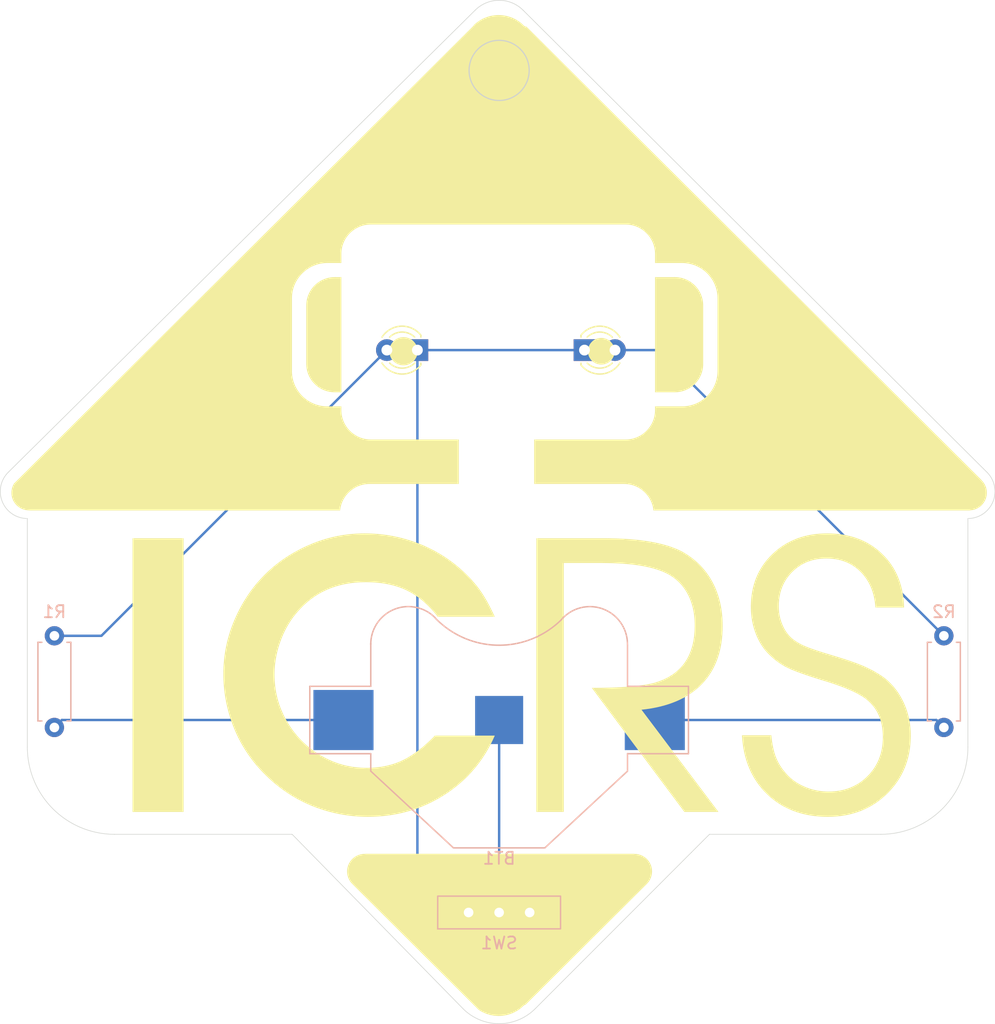
<source format=kicad_pcb>
(kicad_pcb (version 20241229) (generator "pcbnew") (generator_version "9.0")
  (layers (0 "F.Cu" signal) (2 "B.Cu" signal) (13 "F.Paste" user) (15 "B.Paste" user) (5 "F.SilkS" user "F.Silkscreen") (7 "B.SilkS" user "B.Silkscreen") (1 "F.Mask" user) (3 "B.Mask" user) (25 "Edge.Cuts" user))
  (net 0 "")
  (net 1 "/GND")
  (net 2 "/+3.3")
  (net 3 "Net-(D1-K)")
  (net 4 "Net-(D1-A)")
  (net 5 "Net-(D2-A)")
  (footprint "LED_THT:LED_D3.0mm" (layer "F.Cu") (at -6.8 -13.75 180)
    (property "Reference" "D1" (hide yes))
    (property "Value" "LED" (hide yes))
  )
  (footprint "LED_THT:LED_D3.0mm" (layer "F.Cu") (at 7.1 -13.75)
    (property "Reference" "D2" (hide yes))
    (property "Value" "LED" (hide yes))
  )
  (footprint "Button_Switch_THT:SW_Slide-03_Wuerth-WS-SLTV_10x2.5x6.4_P2.54mm" (layer "B.Cu") (at 0 33)
    (property "Reference" "SW1")
    (property "Value" "SW_SPDT")
  )
  (footprint "Battery:BatteryHolder_Multicomp_BC-2001_1x2032" (layer "B.Cu") (at 0 17 180)
    (property "Reference" "BT1")
    (property "Value" "Battery_Cell")
  )
  (footprint "Resistor_THT:R_Axial_DIN0207_L6.3mm_D2.5mm_P7.62mm_Horizontal" (layer "B.Cu") (at 37 10 -90)
    (property "Reference" "R2")
    (property "Value" "R")
  )
  (footprint "Resistor_THT:R_Axial_DIN0207_L6.3mm_D2.5mm_P7.62mm_Horizontal" (layer "B.Cu") (at -37 10 -90)
    (property "Reference" "R1")
    (property "Value" "R")
  )
  (gr_poly (pts (xy -13.123604 -10.2438) (xy -13.677245 -10.2438) (xy -13.799104 -10.246867) (xy -13.919362 -10.255969) (xy -14.037871 -10.270959) (xy -14.154482 -10.291687) (xy -14.269046 -10.318007) (xy -14.381415 -10.34977) (xy -14.491439 -10.386827) (xy -14.598971 -10.429031) (xy -14.703861 -10.476234) (xy -14.80596 -10.528288) (xy -14.90512 -10.585044) (xy -15.001192 -10.646355) (xy -15.094028 -10.712072) (xy -15.183478 -10.782048) (xy -15.269394 -10.856134) (xy -15.351627 -10.934182) (xy -15.430029 -11.016044) (xy -15.504451 -11.101572) (xy -15.574743 -11.190618) (xy -15.640758 -11.283034) (xy -15.702346 -11.378672) (xy -15.759359 -11.477383) (xy -15.811648 -11.57902) (xy -15.859065 -11.683435) (xy -15.90146 -11.790479) (xy -15.938685 -11.900005) (xy -15.970591 -12.011864) (xy -15.997029 -12.125908) (xy -16.017851 -12.241989) (xy -16.032909 -12.35996) (xy -16.042052 -12.479671) (xy -16.045133 -12.600975) (xy -16.045133 -17.462824) (xy -16.042052 -17.584104) (xy -16.03291 -17.703793) (xy -16.017855 -17.821742) (xy -15.997035 -17.937804) (xy -15.970599 -18.051829) (xy -15.938696 -18.163671) (xy -15.901475 -18.273181) (xy -15.859083 -18.38021) (xy -15.811671 -18.484612) (xy -15.759386 -18.586236) (xy -15.702377 -18.684937) (xy -15.640792 -18.780564) (xy -15.574782 -18.872971) (xy -15.504493 -18.962008) (xy -15.430075 -19.047529) (xy -15.351677 -19.129384) (xy -15.269446 -19.207426) (xy -15.183532 -19.281507) (xy -15.094084 -19.351478) (xy -15.00125 -19.417191) (xy -14.905178 -19.478499) (xy -14.806018 -19.535252) (xy -14.703918 -19.587304) (xy -14.599026 -19.634505) (xy -14.491492 -19.676708) (xy -14.381464 -19.713764) (xy -14.26909 -19.745526) (xy -14.15452 -19.771845) (xy -14.037902 -19.792573) (xy -13.919384 -19.807563) (xy -13.799116 -19.816665) (xy -13.677245 -19.819732) (xy -13.123604 -19.819732)) (fill yes) (layer "F.SilkS"))
  (gr_poly (pts (xy 27.63191 1.491418) (xy 27.970923 1.511334) (xy 28.301789 1.544525) (xy 28.624509 1.590994) (xy 28.939084 1.650739) (xy 29.245514 1.723761) (xy 29.5438 1.81006) (xy 29.833944 1.909635) (xy 30.115945 2.022487) (xy 30.389805 2.148616) (xy 30.655525 2.288021) (xy 30.913104 2.440703) (xy 31.162544 2.606662) (xy 31.403846 2.785898) (xy 31.637011 2.97841) (xy 31.862038 3.184199) (xy 32.076327 3.400794) (xy 32.277271 3.625723) (xy 32.464872 3.858988) (xy 32.639131 4.100589) (xy 32.800049 4.350527) (xy 32.947628 4.608802) (xy 33.081866 4.875415) (xy 33.202767 5.150367) (xy 33.310331 5.433657) (xy 33.404559 5.725288) (xy 33.485451 6.025258) (xy 33.553009 6.33357) (xy 33.607234 6.650223) (xy 33.648126 6.975218) (xy 33.675687 7.308556) (xy 33.689917 7.650237) (xy 31.303109 7.650237) (xy 31.28409 7.421912) (xy 31.257344 7.199347) (xy 31.222872 6.982541) (xy 31.180676 6.771493) (xy 31.130754 6.566202) (xy 31.073107 6.366667) (xy 31.007737 6.172888) (xy 30.934642 5.984862) (xy 30.853824 5.80259) (xy 30.765283 5.62607) (xy 30.669019 5.455301) (xy 30.565033 5.290283) (xy 30.453325 5.131013) (xy 30.333895 4.977492) (xy 30.206744 4.829718) (xy 30.071873 4.68769) (xy 29.930612 4.552978) (xy 29.784449 4.426952) (xy 29.633383 4.309611) (xy 29.477418 4.200958) (xy 29.316553 4.100993) (xy 29.150791 4.009716) (xy 28.980134 3.927129) (xy 28.804582 3.853231) (xy 28.624137 3.788025) (xy 28.438802 3.73151) (xy 28.248577 3.683688) (xy 28.053464 3.644559) (xy 27.853465 3.614124) (xy 27.64858 3.592384) (xy 27.438812 3.579339) (xy 27.224163 3.574991) (xy 27.01122 3.57937) (xy 26.803003 3.592508) (xy 26.59951 3.614402) (xy 26.400741 3.645052) (xy 26.206696 3.684457) (xy 26.017375 3.732614) (xy 25.832776 3.789524) (xy 25.6529 3.855185) (xy 25.477747 3.929596) (xy 25.307315 4.012755) (xy 25.141605 4.104662) (xy 24.980615 4.205315) (xy 24.824346 4.314714) (xy 24.672797 4.432856) (xy 24.525968 4.559741) (xy 24.383858 4.695368) (xy 24.248501 4.837793) (xy 24.121878 4.984974) (xy 24.003988 5.136911) (xy 23.894833 5.293602) (xy 23.79441 5.455049) (xy 23.702721 5.62125) (xy 23.619765 5.792205) (xy 23.545542 5.967913) (xy 23.480052 6.148375) (xy 23.423295 6.333589) (xy 23.375269 6.523556) (xy 23.335976 6.718274) (xy 23.305416 6.917744) (xy 23.283587 7.121966) (xy 23.270489 7.330938) (xy 23.266124 7.54466) (xy 23.26724 7.642166) (xy 23.270591 7.739071) (xy 23.276177 7.835378) (xy 23.284 7.931088) (xy 23.294062 8.026202) (xy 23.306364 8.120723) (xy 23.320908 8.214651) (xy 23.337695 8.307988) (xy 23.356727 8.400737) (xy 23.378005 8.492897) (xy 23.401532 8.584472) (xy 23.427308 8.675462) (xy 23.455334 8.765869) (xy 23.485614 8.855695) (xy 23.518147 8.944941) (xy 23.552936 9.033608) (xy 23.589608 9.120961) (xy 23.627938 9.206311) (xy 23.667926 9.28966) (xy 23.709572 9.371008) (xy 23.752876 9.450357) (xy 23.797836 9.527706) (xy 23.844452 9.603057) (xy 23.892725 9.676411) (xy 23.942654 9.747768) (xy 23.994238 9.817129) (xy 24.047477 9.884495) (xy 24.10237 9.949867) (xy 24.158918 10.013245) (xy 24.217119 10.07463) (xy 24.276975 10.134024) (xy 24.338483 10.191426) (xy 24.458749 10.287517) (xy 24.585391 10.380326) (xy 24.718411 10.469846) (xy 24.857811 10.556069) (xy 25.003591 10.638986) (xy 25.155754 10.718591) (xy 25.314302 10.794874) (xy 25.479235 10.867829) (xy 25.661264 10.942088) (xy 25.871398 11.021989) (xy 26.109634 11.107529) (xy 26.375975 11.198708) (xy 26.992967 11.397975) (xy 27.722372 11.619777) (xy 28.140027 11.745774) (xy 28.531968 11.867982) (xy 28.898194 11.986407) (xy 29.238699 12.101056) (xy 29.553482 12.211934) (xy 29.842539 12.319047) (xy 30.105868 12.422403) (xy 30.343465 12.522006) (xy 30.565586 12.621965) (xy 30.782782 12.726094) (xy 30.995055 12.83441) (xy 31.202403 12.946926) (xy 31.404828 13.06366) (xy 31.60233 13.184625) (xy 31.794908 13.309839) (xy 31.982564 13.439317) (xy 32.114729 13.54266) (xy 32.243186 13.649642) (xy 32.367936 13.760263) (xy 32.488979 13.874524) (xy 32.606315 13.992426) (xy 32.719944 14.11397) (xy 32.829868 14.239156) (xy 32.936086 14.367987) (xy 33.038599 14.500462) (xy 33.137407 14.636583) (xy 33.232511 14.77635) (xy 33.32391 14.919766) (xy 33.411606 15.06683) (xy 33.495599 15.217543) (xy 33.575889 15.371908) (xy 33.652476 15.529923) (xy 33.724756 15.690537) (xy 33.792369 15.852793) (xy 33.855317 16.016692) (xy 33.9136 16.182234) (xy 33.967217 16.349419) (xy 34.016171 16.518246) (xy 34.06046 16.688715) (xy 34.100085 16.860826) (xy 34.135047 17.034578) (xy 34.165346 17.209973) (xy 34.190983 17.387008) (xy 34.211957 17.565685) (xy 34.22827 17.746003) (xy 34.239922 17.927961) (xy 34.246912 18.11156) (xy 34.249243 18.296799) (xy 34.241567 18.655818) (xy 34.218543 19.007189) (xy 34.180169 19.350913) (xy 34.126449 19.686993) (xy 34.057384 20.015429) (xy 33.972974 20.336222) (xy 33.873221 20.649374) (xy 33.758127 20.954887) (xy 33.627693 21.252761) (xy 33.48192 21.542999) (xy 33.320809 21.825601) (xy 33.144362 22.100568) (xy 32.952581 22.367903) (xy 32.745466 22.627606) (xy 32.523019 22.879679) (xy 32.285241 23.124122) (xy 32.035797 23.35723) (xy 31.77845 23.575295) (xy 31.513198 23.778317) (xy 31.24004 23.966297) (xy 30.958977 24.139234) (xy 30.670008 24.297131) (xy 30.373132 24.439988) (xy 30.068348 24.567804) (xy 29.755656 24.680581) (xy 29.435056 24.778319) (xy 29.106546 24.861019) (xy 28.770126 24.928682) (xy 28.425796 24.981307) (xy 28.073555 25.018896) (xy 27.713402 25.041449) (xy 27.345337 25.048966) (xy 26.964567 25.041711) (xy 26.592641 25.019945) (xy 26.22956 24.983668) (xy 25.875325 24.932881) (xy 25.529936 24.867583) (xy 25.193395 24.787774) (xy 24.865702 24.693455) (xy 24.546859 24.584625) (xy 24.236867 24.461284) (xy 23.935726 24.323432) (xy 23.643437 24.171069) (xy 23.360002 24.004196) (xy 23.085421 23.822812) (xy 22.819696 23.626917) (xy 22.562826 23.416511) (xy 22.314814 23.191595) (xy 22.078195 22.954764) (xy 21.855501 22.708468) (xy 21.646732 22.452707) (xy 21.451887 22.187481) (xy 21.270967 21.912792) (xy 21.103971 21.62864) (xy 20.9509 21.335025) (xy 20.811754 21.031948) (xy 20.686532 20.719409) (xy 20.575235 20.39741) (xy 20.477863 20.06595) (xy 20.394415 19.725031) (xy 20.324892 19.374652) (xy 20.269293 19.014815) (xy 20.227619 18.645521) (xy 20.19987 18.266768) (xy 22.647265 18.266768) (xy 22.676112 18.531485) (xy 22.709958 18.784203) (xy 22.748793 19.024928) (xy 22.792606 19.253666) (xy 22.841387 19.470424) (xy 22.895123 19.675207) (xy 22.953804 19.868022) (xy 22.984996 19.959944) (xy 23.01742 20.048876) (xy 23.051389 20.135861) (xy 23.087316 20.222092) (xy 23.125202 20.307567) (xy 23.165043 20.392286) (xy 23.206839 20.476248) (xy 23.25059 20.559452) (xy 23.296293 20.641896) (xy 23.343947 20.72358) (xy 23.393552 20.804503) (xy 23.445106 20.884663) (xy 23.498607 20.964061) (xy 23.554056 21.042694) (xy 23.61145 21.120563) (xy 23.670788 21.197665) (xy 23.73207 21.274001) (xy 23.795294 21.349568) (xy 23.874038 21.442307) (xy 23.955439 21.532458) (xy 24.039498 21.620019) (xy 24.126214 21.70499) (xy 24.215587 21.787372) (xy 24.307617 21.867164) (xy 24.402304 21.944366) (xy 24.499648 22.018977) (xy 24.59965 22.090998) (xy 24.702308 22.160429) (xy 24.807624 22.227268) (xy 24.915597 22.291517) (xy 25.026226 22.353174) (xy 25.139513 22.41224) (xy 25.255457 22.468715) (xy 25.374058 22.522597) (xy 25.49436 22.573588) (xy 25.615552 22.621289) (xy 25.737634 22.6657) (xy 25.860607 22.706821) (xy 25.984472 22.744653) (xy 26.109229 22.779194) (xy 26.234878 22.810446) (xy 26.361419 22.838409) (xy 26.488853 22.863081) (xy 26.617181 22.884464) (xy 26.746403 22.902557) (xy 26.876518 22.917361) (xy 27.007528 22.928874) (xy 27.139433 22.937098) (xy 27.272233 22.942033) (xy 27.405928 22.943678) (xy 27.648689 22.938686) (xy 27.886085 22.923709) (xy 28.118117 22.898748) (xy 28.344783 22.863801) (xy 28.566084 22.818867) (xy 28.782019 22.763947) (xy 28.992587 22.69904) (xy 29.197789 22.624144) (xy 29.397623 22.53926) (xy 29.59209 22.444387) (xy 29.781189 22.339524) (xy 29.96492 22.224671) (xy 30.143282 22.099827) (xy 30.316275 21.964992) (xy 30.483898 21.820164) (xy 30.646151 21.665344) (xy 30.800689 21.5029) (xy 30.945264 21.335051) (xy 31.079874 21.161796) (xy 31.204519 20.983134) (xy 31.319198 20.799064) (xy 31.42391 20.609587) (xy 31.518654 20.4147) (xy 31.603429 20.214404) (xy 31.678234 20.008697) (xy 31.743068 19.797578) (xy 31.79793 19.581048) (xy 31.84282 19.359104) (xy 31.877735 19.131747) (xy 31.902676 18.898976) (xy 31.917642 18.660789) (xy 31.92263 18.417187) (xy 31.916612 18.15069) (xy 31.898557 17.892537) (xy 31.868465 17.642726) (xy 31.826337 17.401256) (xy 31.772171 17.168128) (xy 31.705967 16.943341) (xy 31.627726 16.726894) (xy 31.537447 16.518786) (xy 31.43513 16.319017) (xy 31.379457 16.222259) (xy 31.320775 16.127587) (xy 31.259082 16.034998) (xy 31.194381 15.944494) (xy 31.126669 15.856074) (xy 31.055948 15.769739) (xy 30.905476 15.603321) (xy 30.742966 15.445238) (xy 30.568416 15.295492) (xy 30.381826 15.15408) (xy 30.23863 15.060234) (xy 30.084817 14.966615) (xy 29.74534 14.780062) (xy 29.363393 14.59443) (xy 28.938975 14.409725) (xy 28.472086 14.225957) (xy 27.962722 14.043133) (xy 27.410883 13.861261) (xy 26.816567 13.680348) (xy 26.33684 13.529848) (xy 25.894614 13.386625) (xy 25.489895 13.250688) (xy 25.122691 13.122047) (xy 24.793011 13.000711) (xy 24.500862 12.886689) (xy 24.246251 12.779991) (xy 24.029187 12.680626) (xy 23.930509 12.631652) (xy 23.832714 12.580625) (xy 23.735803 12.527544) (xy 23.639775 12.472409) (xy 23.544629 12.415218) (xy 23.450367 12.355972) (xy 23.356987 12.29467) (xy 23.26449 12.231312) (xy 23.172875 12.165896) (xy 23.082141 12.098422) (xy 22.99229 12.028889) (xy 22.90332 11.957298) (xy 22.815231 11.883648) (xy 22.728024 11.807937) (xy 22.641697 11.730166) (xy 22.556251 11.650333) (xy 22.461316 11.560563) (xy 22.369094 11.467909) (xy 22.279585 11.372374) (xy 22.192791 11.273957) (xy 22.108712 11.17266) (xy 22.027347 11.068483) (xy 21.948698 10.961427) (xy 21.872764 10.851493) (xy 21.799547 10.738681) (xy 21.729046 10.622993) (xy 21.661262 10.504429) (xy 21.596196 10.382991) (xy 21.533847 10.258678) (xy 21.474216 10.131492) (xy 21.417303 10.001433) (xy 21.363109 9.868502) (xy 21.311859 9.733691) (xy 21.263922 9.597993) (xy 21.219298 9.461409) (xy 21.177985 9.323939) (xy 21.139982 9.185583) (xy 21.10529 9.046342) (xy 21.073906 8.906214) (xy 21.045829 8.765202) (xy 21.021059 8.623304) (xy 20.999595 8.480522) (xy 20.981436 8.336855) (xy 20.966581 8.192303) (xy 20.955029 8.046868) (xy 20.946778 7.900548) (xy 20.941828 7.753344) (xy 20.940179 7.605257) (xy 20.947172 7.274396) (xy 20.968151 6.950996) (xy 21.003116 6.635056) (xy 21.052066 6.326577) (xy 21.115 6.025558) (xy 21.191918 5.732) (xy 21.28282 5.445904) (xy 21.387703 5.167268) (xy 21.506569 4.896095) (xy 21.639417 4.632383) (xy 21.786245 4.376133) (xy 21.947053 4.127345) (xy 22.121841 3.88602) (xy 22.310608 3.652157) (xy 22.513354 3.425757) (xy 22.730078 3.20682) (xy 22.957648 2.998314) (xy 23.19283 2.803255) (xy 23.435624 2.621645) (xy 23.686031 2.453483) (xy 23.94405 2.298772) (xy 24.209682 2.15751) (xy 24.482927 2.029699) (xy 24.763785 1.91534) (xy 25.052257 1.814432) (xy 25.348342 1.726977) (xy 25.652041 1.652975) (xy 25.963354 1.592426) (xy 26.282281 1.545332) (xy 26.608823 1.511692) (xy 26.942979 1.491508) (xy 27.28475 1.48478)) (fill yes) (layer "F.SilkS"))
  (gr_circle (center -0.029691 -35.7) (end 3.2 -38) (stroke (width 0.1)) (fill no) (layer "F.SilkS"))
  (gr_poly (pts (xy 8.555679 -14.762501) (xy 8.612196 -14.758224) (xy 8.667892 -14.751181) (xy 8.722697 -14.741441) (xy 8.776541 -14.729074) (xy 8.829353 -14.714149) (xy 8.881065 -14.696736) (xy 8.931606 -14.676904) (xy 8.980905 -14.654723) (xy 9.028894 -14.630262) (xy 9.075501 -14.603591) (xy 9.120658 -14.574779) (xy 9.164294 -14.543896) (xy 9.206339 -14.511011) (xy 9.246724 -14.476193) (xy 9.285377 -14.439513) (xy 9.32223 -14.40104) (xy 9.357213 -14.360842) (xy 9.390255 -14.318991) (xy 9.421286 -14.275554) (xy 9.450237 -14.230602) (xy 9.477037 -14.184205) (xy 9.501617 -14.136431) (xy 9.523907 -14.08735) (xy 9.543836 -14.037032) (xy 9.561335 -13.985547) (xy 9.576334 -13.932962) (xy 9.588763 -13.879349) (xy 9.598552 -13.824777) (xy 9.60563 -13.769315) (xy 9.609928 -13.713032) (xy 9.611377 -13.655999) (xy 9.609928 -13.599001) (xy 9.60563 -13.542749) (xy 9.598552 -13.487313) (xy 9.588763 -13.432763) (xy 9.576334 -13.379168) (xy 9.561335 -13.326599) (xy 9.543836 -13.275125) (xy 9.523907 -13.224815) (xy 9.501617 -13.17574) (xy 9.477037 -13.127969) (xy 9.450237 -13.081572) (xy 9.421286 -13.036619) (xy 9.390255 -12.993178) (xy 9.357213 -12.951321) (xy 9.32223 -12.911116) (xy 9.285377 -12.872634) (xy 9.246724 -12.835944) (xy 9.206339 -12.801116) (xy 9.164294 -12.768219) (xy 9.120658 -12.737324) (xy 9.075501 -12.708499) (xy 9.028894 -12.681816) (xy 8.980905 -12.657343) (xy 8.931606 -12.635149) (xy 8.881065 -12.615306) (xy 8.829353 -12.597883) (xy 8.776541 -12.582948) (xy 8.722697 -12.570573) (xy 8.667892 -12.560826) (xy 8.612196 -12.553778) (xy 8.555679 -12.549498) (xy 8.49841 -12.548056) (xy 8.441117 -12.549498) (xy 8.384576 -12.553777) (xy 8.328858 -12.560823) (xy 8.274033 -12.570567) (xy 8.220171 -12.58294) (xy 8.167341 -12.597871) (xy 8.115613 -12.615291) (xy 8.065058 -12.635131) (xy 8.015745 -12.65732) (xy 7.967744 -12.681789) (xy 7.921125 -12.708468) (xy 7.875958 -12.737289) (xy 7.832313 -12.76818) (xy 7.790259 -12.801073) (xy 7.749868 -12.835897) (xy 7.711207 -12.872584) (xy 7.674349 -12.911063) (xy 7.639361 -12.951266) (xy 7.606315 -12.993121) (xy 7.57528 -13.03656) (xy 7.546326 -13.081513) (xy 7.519523 -13.12791) (xy 7.494941 -13.175682) (xy 7.47265 -13.224759) (xy 7.452719 -13.275071) (xy 7.435219 -13.32655) (xy 7.420219 -13.379124) (xy 7.40779 -13.432724) (xy 7.398002 -13.487282) (xy 7.390923 -13.542727) (xy 7.386625 -13.598989) (xy 7.385176 -13.655999) (xy 7.386625 -13.713032) (xy 7.390923 -13.769315) (xy 7.398002 -13.824777) (xy 7.40779 -13.879349) (xy 7.420219 -13.932962) (xy 7.435219 -13.985547) (xy 7.452719 -14.037032) (xy 7.47265 -14.08735) (xy 7.494941 -14.136431) (xy 7.519523 -14.184205) (xy 7.546326 -14.230602) (xy 7.57528 -14.275554) (xy 7.606315 -14.318991) (xy 7.639361 -14.360842) (xy 7.674349 -14.40104) (xy 7.711207 -14.439513) (xy 7.749868 -14.476193) (xy 7.790259 -14.511011) (xy 7.832313 -14.543896) (xy 7.875958 -14.574779) (xy 7.921125 -14.603591) (xy 7.967744 -14.630262) (xy 8.015745 -14.654723) (xy 8.065058 -14.676904) (xy 8.115613 -14.696736) (xy 8.167341 -14.714149) (xy 8.220171 -14.729074) (xy 8.274033 -14.741441) (xy 8.328858 -14.751181) (xy 8.384576 -14.758224) (xy 8.441117 -14.762501) (xy 8.49841 -14.763942)) (fill yes) (layer "F.SilkS"))
  (gr_poly (pts (xy 14.731882 -19.816932) (xy 14.852142 -19.80783) (xy 14.970654 -19.79284) (xy 15.087269 -19.772112) (xy 15.201839 -19.745792) (xy 15.314215 -19.714029) (xy 15.424247 -19.676972) (xy 15.531787 -19.634767) (xy 15.636686 -19.587564) (xy 15.738796 -19.535511) (xy 15.837967 -19.478754) (xy 15.93405 -19.417444) (xy 16.026897 -19.351727) (xy 16.11636 -19.281751) (xy 16.202288 -19.207665) (xy 16.284534 -19.129617) (xy 16.362948 -19.047755) (xy 16.437382 -18.962227) (xy 16.507686 -18.873181) (xy 16.573713 -18.780765) (xy 16.635313 -18.685127) (xy 16.692337 -18.586416) (xy 16.744636 -18.484779) (xy 16.792062 -18.380364) (xy 16.834466 -18.27332) (xy 16.871699 -18.163794) (xy 16.903613 -18.051935) (xy 16.930057 -17.937891) (xy 16.950884 -17.82181) (xy 16.965945 -17.703839) (xy 16.975091 -17.584128) (xy 16.978172 -17.462824) (xy 16.978172 -12.600975) (xy 16.975091 -12.479671) (xy 16.965945 -12.35996) (xy 16.950884 -12.241989) (xy 16.930057 -12.125908) (xy 16.903613 -12.011865) (xy 16.871699 -11.900007) (xy 16.834466 -11.790482) (xy 16.792062 -11.683439) (xy 16.744636 -11.579026) (xy 16.692337 -11.477391) (xy 16.635313 -11.378683) (xy 16.573713 -11.283048) (xy 16.507686 -11.190636) (xy 16.437382 -11.101594) (xy 16.362948 -11.016071) (xy 16.284534 -10.934215) (xy 16.202288 -10.856173) (xy 16.11636 -10.782095) (xy 16.026897 -10.712128) (xy 15.93405 -10.64642) (xy 15.837967 -10.585119) (xy 15.738796 -10.528374) (xy 15.636686 -10.476333) (xy 15.531787 -10.429143) (xy 15.424247 -10.386953) (xy 15.314215 -10.349911) (xy 15.201839 -10.318166) (xy 15.087269 -10.291865) (xy 14.970654 -10.271156) (xy 14.852142 -10.256187) (xy 14.731882 -10.247108) (xy 14.610022 -10.244065) (xy 12.970003 -10.244065) (xy 12.970003 -19.819999) (xy 14.610022 -19.819999)) (fill yes) (layer "F.SilkS"))
  (gr_poly (pts (xy -0.029691 -41.602079) (xy 0.008402 -41.601508) (xy 0.046557 -41.600577) (xy 0.077137 -41.599574) (xy 0.107743 -41.598324) (xy 0.138348 -41.596758) (xy 0.168928 -41.594809) (xy 0.205296 -41.591884) (xy 0.241591 -41.58853) (xy 0.277835 -41.584772) (xy 0.314053 -41.58063) (xy 0.34637 -41.576488) (xy 0.378513 -41.572007) (xy 0.410607 -41.567212) (xy 0.442776 -41.562123) (xy 0.477218 -41.556348) (xy 0.511663 -41.550167) (xy 0.546059 -41.543535) (xy 0.580357 -41.536408) (xy 0.613804 -41.528905) (xy 0.647115 -41.520907) (xy 0.68035 -41.512548) (xy 0.713571 -41.503964) (xy 0.746168 -41.495282) (xy 0.778676 -41.48642) (xy 0.81111 -41.477198) (xy 0.843481 -41.467435) (xy 0.877667 -41.456248) (xy 0.911779 -41.444452) (xy 0.945841 -41.432251) (xy 0.97988 -41.419848) (xy 1.040731 -41.397376) (xy 1.071034 -41.385713) (xy 1.086132 -41.379676) (xy 1.101188 -41.373464) (xy 1.118763 -41.366024) (xy 1.13627 -41.358334) (xy 1.171104 -41.342371) (xy 1.205739 -41.325912) (xy 1.240224 -41.309296) (xy 1.296186 -41.282529) (xy 1.324092 -41.268842) (xy 1.337961 -41.261775) (xy 1.351751 -41.254502) (xy 1.369805 -41.244629) (xy 1.38776 -41.234502) (xy 1.423435 -41.213646) (xy 1.458887 -41.192249) (xy 1.494225 -41.170626) (xy 1.518907 -41.155692) (xy 1.543638 -41.140915) (xy 1.56827 -41.125913) (xy 1.580502 -41.118208) (xy 1.592654 -41.110303) (xy 1.612055 -41.097163) (xy 1.631284 -41.083728) (xy 1.650368 -41.070039) (xy 1.669332 -41.056139) (xy 1.707007 -41.027874) (xy 1.744522 -40.999272) (xy 1.754278 -40.991953) (xy 1.764081 -40.984743) (xy 1.783714 -40.970462) (xy 1.793488 -40.963295) (xy 1.803197 -40.956046) (xy 1.812813 -40.948667) (xy 1.822308 -40.941111) (xy 1.850095 -40.918138) (xy 1.877683 -40.894813) (xy 1.90506 -40.871122) (xy 1.932212 -40.847051) (xy 1.959129 -40.822586) (xy 1.985797 -40.797712) (xy 2.012205 -40.772416) (xy 2.038339 -40.746683) (xy 2.053659 -40.73198) (xy 2.06881 -40.718498) (xy 2.083796 -40.706212) (xy 2.09862 -40.695099) (xy 2.113285 -40.685133) (xy 2.127792 -40.67629) (xy 2.142145 -40.668546) (xy 2.156347 -40.661877) (xy 2.170399 -40.656259) (xy 2.184305 -40.651667) (xy 2.198068 -40.648077) (xy 2.21169 -40.645464) (xy 2.225174 -40.643805) (xy 2.238522 -40.643075) (xy 2.251737 -40.643249) (xy 2.264823 -40.644304) (xy 40.110554 -2.971597) (xy 40.112671 -2.968871) (xy 40.114674 -2.966195) (xy 40.118431 -2.96095) (xy 40.125639 -2.950612) (xy 40.129481 -2.945362) (xy 40.131546 -2.942682) (xy 40.13374 -2.939952) (xy 40.136087 -2.937162) (xy 40.138613 -2.934303) (xy 40.14134 -2.931364) (xy 40.144295 -2.928336) (xy 40.196511 -2.873677) (xy 40.245358 -2.817066) (xy 40.290836 -2.758633) (xy 40.332945 -2.698508) (xy 40.371685 -2.636823) (xy 40.407055 -2.573706) (xy 40.439055 -2.509288) (xy 40.467685 -2.443699) (xy 40.492945 -2.37707) (xy 40.514834 -2.30953) (xy 40.533353 -2.24121) (xy 40.548502 -2.17224) (xy 40.560279 -2.10275) (xy 40.568686 -2.03287) (xy 40.573721 -1.96273) (xy 40.575385 -1.892461) (xy 40.573678 -1.822193) (xy 40.568599 -1.752056) (xy 40.560148 -1.68218) (xy 40.548325 -1.612695) (xy 40.533129 -1.543731) (xy 40.514562 -1.47542) (xy 40.492622 -1.40789) (xy 40.467309 -1.341272) (xy 40.438623 -1.275696) (xy 40.406565 -1.211293) (xy 40.371133 -1.148192) (xy 40.332328 -1.086524) (xy 40.290149 -1.026418) (xy 40.244596 -0.968006) (xy 40.19567 -0.911417) (xy 40.14337 -0.856781) (xy 40.092757 -0.808676) (xy 40.040456 -0.763429) (xy 39.986571 -0.721041) (xy 39.931204 -0.681511) (xy 39.87446 -0.644841) (xy 39.816442 -0.611029) (xy 39.757254 -0.580076) (xy 39.697 -0.551982) (xy 39.635783 -0.526746) (xy 39.573707 -0.504369) (xy 39.510876 -0.484851) (xy 39.447393 -0.468192) (xy 39.383362 -0.454391) (xy 39.318886 -0.443449) (xy 39.254071 -0.435365) (xy 39.189018 -0.430141) (xy 39.185839 -0.42992) (xy 39.182892 -0.42961) (xy 39.180159 -0.429216) (xy 39.177624 -0.428744) (xy 39.175269 -0.428201) (xy 39.173078 -0.427593) (xy 39.171035 -0.426926) (xy 39.169121 -0.426206) (xy 39.16732 -0.42544) (xy 39.165616 -0.424633) (xy 39.163991 -0.423792) (xy 39.162429 -0.422924) (xy 39.159425 -0.421127) (xy 39.156469 -0.419293) (xy 12.837175 -0.419293) (xy 12.82306 -0.534357) (xy 12.803668 -0.647716) (xy 12.779126 -0.759241) (xy 12.749561 -0.868805) (xy 12.7151 -0.97628) (xy 12.67587 -1.081539) (xy 12.631997 -1.184453) (xy 12.583609 -1.284895) (xy 12.530832 -1.382738) (xy 12.473793 -1.477853) (xy 12.412619 -1.570113) (xy 12.347437 -1.659391) (xy 12.278374 -1.745558) (xy 12.205556 -1.828487) (xy 12.129111 -1.908051) (xy 12.049165 -1.984121) (xy 11.965846 -2.05657) (xy 11.879279 -2.12527) (xy 11.789592 -2.190094) (xy 11.696912 -2.250913) (xy 11.601366 -2.307601) (xy 11.50308 -2.360029) (xy 11.402181 -2.40807) (xy 11.298796 -2.451596) (xy 11.193053 -2.49048) (xy 11.085077 -2.524593) (xy 10.974996 -2.553809) (xy 10.862937 -2.577999) (xy 10.749026 -2.597036) (xy 10.63339 -2.610791) (xy 10.516157 -2.619138) (xy 10.397452 -2.621949) (xy 2.914246 -2.621949) (xy 2.914246 -6.319635) (xy 10.514139 -6.319635) (xy 10.640473 -6.322816) (xy 10.765148 -6.332254) (xy 10.888011 -6.347798) (xy 11.008908 -6.369292) (xy 11.127684 -6.396584) (xy 11.244184 -6.429519) (xy 11.358256 -6.467944) (xy 11.469743 -6.511706) (xy 11.578493 -6.56065) (xy 11.68435 -6.614623) (xy 11.78716 -6.673472) (xy 11.88677 -6.737042) (xy 11.983025 -6.80518) (xy 12.07577 -6.877732) (xy 12.164852 -6.954545) (xy 12.250115 -7.035465) (xy 12.331407 -7.120338) (xy 12.408572 -7.20901) (xy 12.481456 -7.301329) (xy 12.549905 -7.397139) (xy 12.613765 -7.496289) (xy 12.672881 -7.598623) (xy 12.727099 -7.703988) (xy 12.776265 -7.812231) (xy 12.820225 -7.923198) (xy 12.858824 -8.036735) (xy 12.891907 -8.152688) (xy 12.919322 -8.270905) (xy 12.940913 -8.39123) (xy 12.956526 -8.513511) (xy 12.966007 -8.637594) (xy 12.969202 -8.763325) (xy 12.969202 -9.075005) (xy 15.221337 -9.075005) (xy 15.372928 -9.078821) (xy 15.52253 -9.090146) (xy 15.669956 -9.108796) (xy 15.815023 -9.134586) (xy 15.957545 -9.167332) (xy 16.097337 -9.206851) (xy 16.234213 -9.252957) (xy 16.367989 -9.305466) (xy 16.49848 -9.364194) (xy 16.6255 -9.428957) (xy 16.748865 -9.49957) (xy 16.868388 -9.575849) (xy 16.983886 -9.65761) (xy 17.095173 -9.744669) (xy 17.202063 -9.836841) (xy 17.304372 -9.933942) (xy 17.401915 -10.035787) (xy 17.494506 -10.142193) (xy 17.581961 -10.252976) (xy 17.664094 -10.367949) (xy 17.74072 -10.486931) (xy 17.811654 -10.609735) (xy 17.876712 -10.736179) (xy 17.935707 -10.866077) (xy 17.988454 -10.999245) (xy 18.034769 -11.1355) (xy 18.074467 -11.274656) (xy 18.107362 -11.41653) (xy 18.133269 -11.560937) (xy 18.152004 -11.707692) (xy 18.16338 -11.856613) (xy 18.167213 -12.007513) (xy 18.167213 -18.056154) (xy 18.16338 -18.207067) (xy 18.152004 -18.355997) (xy 18.133269 -18.502761) (xy 18.107362 -18.647176) (xy 18.074467 -18.789056) (xy 18.034769 -18.928217) (xy 17.988454 -19.064475) (xy 17.935707 -19.197646) (xy 17.876712 -19.327546) (xy 17.811654 -19.453991) (xy 17.74072 -19.576795) (xy 17.664094 -19.695776) (xy 17.581961 -19.810749) (xy 17.494506 -19.921529) (xy 17.401915 -20.027932) (xy 17.304372 -20.129775) (xy 17.202063 -20.226873) (xy 17.095173 -20.319041) (xy 16.983886 -20.406096) (xy 16.868388 -20.487853) (xy 16.748865 -20.564129) (xy 16.6255 -20.634738) (xy 16.49848 -20.699496) (xy 16.367989 -20.758221) (xy 16.234213 -20.810726) (xy 16.097337 -20.856828) (xy 15.957545 -20.896343) (xy 15.815023 -20.929087) (xy 15.669956 -20.954875) (xy 15.52253 -20.973523) (xy 15.372928 -20.984847) (xy 15.221337 -20.988662) (xy 12.969202 -20.988662) (xy 12.969202 -21.746164) (xy 12.966007 -21.87193) (xy 12.956526 -21.996043) (xy 12.940913 -22.11835) (xy 12.919322 -22.238698) (xy 12.891907 -22.356933) (xy 12.858824 -22.472902) (xy 12.820225 -22.58645) (xy 12.776265 -22.697426) (xy 12.727099 -22.805674) (xy 12.672881 -22.911042) (xy 12.613765 -23.013377) (xy 12.549905 -23.112524) (xy 12.481456 -23.208331) (xy 12.408572 -23.300644) (xy 12.331407 -23.38931) (xy 12.250115 -23.474174) (xy 12.164852 -23.555084) (xy 12.07577 -23.631886) (xy 11.983025 -23.704427) (xy 11.88677 -23.772553) (xy 11.78716 -23.836111) (xy 11.68435 -23.894947) (xy 11.578493 -23.948908) (xy 11.469743 -23.99784) (xy 11.358256 -24.04159) (xy 11.244184 -24.080005) (xy 11.127684 -24.112931) (xy 11.008908 -24.140214) (xy 10.888011 -24.161702) (xy 10.765148 -24.17724) (xy 10.640473 -24.186676) (xy 10.514139 -24.189855) (xy -10.669595 -24.189855) (xy -10.795917 -24.186676) (xy -10.920582 -24.17724) (xy -11.043435 -24.161702) (xy -11.164322 -24.140214) (xy -11.283089 -24.112931) (xy -11.399582 -24.080005) (xy -11.513645 -24.04159) (xy -11.625126 -23.99784) (xy -11.733869 -23.948908) (xy -11.83972 -23.894947) (xy -11.942525 -23.836111) (xy -12.04213 -23.772553) (xy -12.13838 -23.704427) (xy -12.231121 -23.631886) (xy -12.320199 -23.555084) (xy -12.40546 -23.474174) (xy -12.486748 -23.38931) (xy -12.56391 -23.300644) (xy -12.636792 -23.208331) (xy -12.70524 -23.112524) (xy -12.769098 -23.013377) (xy -12.828212 -22.911042) (xy -12.88243 -22.805674) (xy -12.931595 -22.697426) (xy -12.975554 -22.58645) (xy -13.014152 -22.472902) (xy -13.047235 -22.356933) (xy -13.07465 -22.238698) (xy -13.09624 -22.11835) (xy -13.111853 -21.996043) (xy -13.121334 -21.87193) (xy -13.124529 -21.746164) (xy -13.124529 -20.988662) (xy -14.290153 -20.988662) (xy -14.441732 -20.984847) (xy -14.591322 -20.973523) (xy -14.738738 -20.954875) (xy -14.883795 -20.929087) (xy -15.026307 -20.896343) (xy -15.16609 -20.856828) (xy -15.302959 -20.810726) (xy -15.436728 -20.758221) (xy -15.567211 -20.699496) (xy -15.694225 -20.634738) (xy -15.817584 -20.564129) (xy -15.937102 -20.487853) (xy -16.052595 -20.406096) (xy -16.163877 -20.319041) (xy -16.270764 -20.226873) (xy -16.37307 -20.129775) (xy -16.47061 -20.027932) (xy -16.563198 -19.921529) (xy -16.650651 -19.810749) (xy -16.732782 -19.695776) (xy -16.809406 -19.576795) (xy -16.880339 -19.453991) (xy -16.945395 -19.327546) (xy -17.004389 -19.197646) (xy -17.057136 -19.064475) (xy -17.10345 -18.928217) (xy -17.143147 -18.789056) (xy -17.176042 -18.647176) (xy -17.201949 -18.502761) (xy -17.220683 -18.355997) (xy -17.23206 -18.207067) (xy -17.235893 -18.056154) (xy -17.235893 -12.007513) (xy -17.23206 -11.856613) (xy -17.220683 -11.707692) (xy -17.201949 -11.560937) (xy -17.176042 -11.41653) (xy -17.143147 -11.274656) (xy -17.10345 -11.1355) (xy -17.057136 -10.999245) (xy -17.004389 -10.866077) (xy -16.945395 -10.736179) (xy -16.880339 -10.609735) (xy -16.809406 -10.486931) (xy -16.732782 -10.367949) (xy -16.650651 -10.252976) (xy -16.563198 -10.142193) (xy -16.47061 -10.035787) (xy -16.37307 -9.933942) (xy -16.270764 -9.836841) (xy -16.163877 -9.744669) (xy -16.052595 -9.65761) (xy -15.937102 -9.575849) (xy -15.817584 -9.49957) (xy -15.694225 -9.428957) (xy -15.567211 -9.364194) (xy -15.436728 -9.305466) (xy -15.302959 -9.252957) (xy -15.16609 -9.206851) (xy -15.026307 -9.167332) (xy -14.883795 -9.134586) (xy -14.738738 -9.108796) (xy -14.591322 -9.090146) (xy -14.441732 -9.078821) (xy -14.290153 -9.075005) (xy -13.124529 -9.075005) (xy -13.124529 -8.763325) (xy -13.121334 -8.637594) (xy -13.111853 -8.513511) (xy -13.09624 -8.39123) (xy -13.07465 -8.270905) (xy -13.047235 -8.152688) (xy -13.014152 -8.036735) (xy -12.975554 -7.923198) (xy -12.931595 -7.812231) (xy -12.88243 -7.703988) (xy -12.828212 -7.598623) (xy -12.769098 -7.496289) (xy -12.70524 -7.397139) (xy -12.636792 -7.301329) (xy -12.56391 -7.20901) (xy -12.486748 -7.120338) (xy -12.40546 -7.035465) (xy -12.320199 -6.954545) (xy -12.231121 -6.877732) (xy -12.13838 -6.80518) (xy -12.04213 -6.737042) (xy -11.942525 -6.673472) (xy -11.83972 -6.614623) (xy -11.733869 -6.56065) (xy -11.625126 -6.511706) (xy -11.513645 -6.467944) (xy -11.399582 -6.429519) (xy -11.283089 -6.396584) (xy -11.164322 -6.369292) (xy -11.043435 -6.347798) (xy -10.920582 -6.332254) (xy -10.795917 -6.322816) (xy -10.669595 -6.319635) (xy -3.354529 -6.319635) (xy -3.354529 -2.621687) (xy -10.788656 -2.621687) (xy -10.90736 -2.618876) (xy -11.024591 -2.61053) (xy -11.140223 -2.596776) (xy -11.254129 -2.577742) (xy -11.366183 -2.553555) (xy -11.476257 -2.524342) (xy -11.584226 -2.490232) (xy -11.689962 -2.451353) (xy -11.793338 -2.40783) (xy -11.894229 -2.359793) (xy -11.992507 -2.307369) (xy -12.088045 -2.250686) (xy -12.180717 -2.18987) (xy -12.270396 -2.12505) (xy -12.356956 -2.056353) (xy -12.440269 -1.983908) (xy -12.520209 -1.907841) (xy -12.596649 -1.82828) (xy -12.669463 -1.745352) (xy -12.738524 -1.659186) (xy -12.803704 -1.569909) (xy -12.864878 -1.477649) (xy -12.921919 -1.382533) (xy -12.9747 -1.284688) (xy -13.023094 -1.184243) (xy -13.066975 -1.081325) (xy -13.106215 -0.976062) (xy -13.140689 -0.868581) (xy -13.170268 -0.759009) (xy -13.194828 -0.647475) (xy -13.214241 -0.534107) (xy -13.228379 -0.41903) (xy -39.067891 -0.41903) (xy -39.069099 -0.420658) (xy -39.069736 -0.421455) (xy -39.070406 -0.422231) (xy -39.071113 -0.422981) (xy -39.071866 -0.423696) (xy -39.07267 -0.424371) (xy -39.073533 -0.424999) (xy -39.074461 -0.425572) (xy -39.075461 -0.426084) (xy -39.076539 -0.426528) (xy -39.07711 -0.426723) (xy -39.077702 -0.426898) (xy -39.078318 -0.427053) (xy -39.078958 -0.427186) (xy -39.079622 -0.427298) (xy -39.080312 -0.427386) (xy -39.081028 -0.427451) (xy -39.081771 -0.427491) (xy -39.082542 -0.427506) (xy -39.083343 -0.427494) (xy -39.155407 -0.428124) (xy -39.227372 -0.432245) (xy -39.2991 -0.439857) (xy -39.370451 -0.450961) (xy -39.441287 -0.465556) (xy -39.51147 -0.483642) (xy -39.58086 -0.505219) (xy -39.64932 -0.530287) (xy -39.71671 -0.558847) (xy -39.782892 -0.590898) (xy -39.847728 -0.62644) (xy -39.911078 -0.665473) (xy -39.972804 -0.707998) (xy -40.032767 -0.754014) (xy -40.090829 -0.803521) (xy -40.146851 -0.856519) (xy -40.191779 -0.903204) (xy -40.234216 -0.951329) (xy -40.274162 -1.000812) (xy -40.311619 -1.051572) (xy -40.346589 -1.103527) (xy -40.379073 -1.156598) (xy -40.409071 -1.210701) (xy -40.436585 -1.265756) (xy -40.484167 -1.378398) (xy -40.521828 -1.493872) (xy -40.549578 -1.611529) (xy -40.567426 -1.730718) (xy -40.575384 -1.850789) (xy -40.57346 -1.971092) (xy -40.561665 -2.090976) (xy -40.540009 -2.209793) (xy -40.508501 -2.326891) (xy -40.467151 -2.44162) (xy -40.415969 -2.55333) (xy -40.354966 -2.661371) (xy -2.094978 -40.746445) (xy -2.123421 -40.746445) (xy -2.06011 -40.807596) (xy -1.995426 -40.866413) (xy -1.929422 -40.922908) (xy -1.862153 -40.97709) (xy -1.793671 -41.02897) (xy -1.724031 -41.078558) (xy -1.653285 -41.125863) (xy -1.581487 -41.170897) (xy -1.508691 -41.21367) (xy -1.43495 -41.254191) (xy -1.360318 -41.292471) (xy -1.284848 -41.32852) (xy -1.208593 -41.362348) (xy -1.131608 -41.393966) (xy -1.053945 -41.423383) (xy -0.975658 -41.450611) (xy -0.96824 -41.453106) (xy -0.960857 -41.455699) (xy -0.946141 -41.461035) (xy -0.9314 -41.466326) (xy -0.923985 -41.468863) (xy -0.916523 -41.471279) (xy -0.894218 -41.477967) (xy -0.871855 -41.484358) (xy -0.826963 -41.496423) (xy -0.781872 -41.507813) (xy -0.736607 -41.518864) (xy -0.693646 -41.529679) (xy -0.672128 -41.534951) (xy -0.661327 -41.537435) (xy -0.650486 -41.539772) (xy -0.629533 -41.544048) (xy -0.608547 -41.548064) (xy -0.566497 -41.555454) (xy -0.524374 -41.562214) (xy -0.482212 -41.568612) (xy -0.430981 -41.576513) (xy -0.405342 -41.580204) (xy -0.379554 -41.583512) (xy -0.359654 -41.585736) (xy -0.339739 -41.587737) (xy -0.299849 -41.591173) (xy -0.25986 -41.594023) (xy -0.219747 -41.59649) (xy -0.162792 -41.599675) (xy -0.134353 -41.600952) (xy -0.10584 -41.601778) (xy -0.06776 -41.602199)) (fill yes) (layer "F.SilkS"))
  (gr_poly (pts (xy 9.298123 1.894781) (xy 9.829278 1.908347) (xy 10.341904 1.930958) (xy 10.836002 1.962613) (xy 11.311572 2.003313) (xy 11.768613 2.053056) (xy 12.207127 2.111845) (xy 12.627113 2.179677) (xy 13.028571 2.256554) (xy 13.411503 2.342476) (xy 13.775907 2.437442) (xy 14.121784 2.541452) (xy 14.449135 2.654507) (xy 14.757959 2.776606) (xy 15.048256 2.90775) (xy 15.320028 3.047938) (xy 15.517156 3.167009) (xy 15.708337 3.291006) (xy 15.893571 3.419931) (xy 16.072855 3.553783) (xy 16.246188 3.692563) (xy 16.413567 3.836271) (xy 16.57499 3.984906) (xy 16.730456 4.138469) (xy 16.879963 4.296961) (xy 17.023509 4.460382) (xy 17.161091 4.628731) (xy 17.292708 4.802009) (xy 17.418359 4.980216) (xy 17.53804 5.163353) (xy 17.651751 5.351419) (xy 17.759489 5.544414) (xy 17.861057 5.741944) (xy 17.956066 5.943461) (xy 18.044516 6.148965) (xy 18.126408 6.358458) (xy 18.201744 6.571938) (xy 18.270523 6.789407) (xy 18.332748 7.010865) (xy 18.388419 7.236311) (xy 18.437536 7.465745) (xy 18.480102 7.699169) (xy 18.516116 7.936582) (xy 18.545581 8.177985) (xy 18.568496 8.423377) (xy 18.584862 8.672759) (xy 18.594682 8.92613) (xy 18.597955 9.183492) (xy 18.591201 9.560117) (xy 18.57094 9.9268) (xy 18.537171 10.283544) (xy 18.489892 10.630352) (xy 18.429102 10.967225) (xy 18.354801 11.294166) (xy 18.266986 11.611177) (xy 18.165656 11.918261) (xy 18.050812 12.21542) (xy 17.92245 12.502656) (xy 17.780572 12.779971) (xy 17.625174 13.047369) (xy 17.456256 13.304851) (xy 17.273817 13.552419) (xy 17.077856 13.790076) (xy 16.868371 14.017825) (xy 16.646018 14.234985) (xy 16.411455 14.44092) (xy 16.164682 14.635632) (xy 15.905698 14.81912) (xy 15.634503 14.991385) (xy 15.351097 15.152426) (xy 15.05548 15.302245) (xy 14.747652 15.44084) (xy 14.427612 15.568214) (xy 14.09536 15.684364) (xy 13.750896 15.789293) (xy 13.394219 15.883) (xy 13.025331 15.965484) (xy 12.644229 16.036748) (xy 12.250915 16.09679) (xy 11.845387 16.145611) (xy 18.250555 24.642043) (xy 15.410384 24.642043) (xy 7.705978 14.326067) (xy 8.594342 14.319263) (xy 9.416637 14.298848) (xy 10.172864 14.264816) (xy 10.863023 14.217159) (xy 11.487114 14.155872) (xy 12.045138 14.080948) (xy 12.299375 14.038371) (xy 12.537094 13.992382) (xy 12.758298 13.94298) (xy 12.962984 13.890166) (xy 13.363627 13.757137) (xy 13.738417 13.602375) (xy 14.087356 13.425879) (xy 14.410444 13.227647) (xy 14.562294 13.120381) (xy 14.707682 13.00768) (xy 14.846607 12.889546) (xy 14.97907 12.765977) (xy 15.10507 12.636973) (xy 15.224608 12.502535) (xy 15.337684 12.362662) (xy 15.444298 12.217355) (xy 15.54445 12.066612) (xy 15.63814 11.910434) (xy 15.725369 11.748822) (xy 15.806135 11.581773) (xy 15.948283 11.231371) (xy 16.064584 10.859226) (xy 16.155039 10.465337) (xy 16.21965 10.049703) (xy 16.258416 9.612324) (xy 16.271337 9.153199) (xy 16.268884 8.959441) (xy 16.261523 8.769087) (xy 16.249258 8.582139) (xy 16.23209 8.398596) (xy 16.210021 8.218459) (xy 16.183052 8.041728) (xy 16.151186 7.868405) (xy 16.114423 7.698488) (xy 16.072767 7.531979) (xy 16.026217 7.368878) (xy 15.974777 7.209185) (xy 15.918448 7.052901) (xy 15.857232 6.900025) (xy 15.79113 6.75056) (xy 15.720145 6.604504) (xy 15.644277 6.461859) (xy 15.563823 6.323078) (xy 15.479177 6.188765) (xy 15.39034 6.05892) (xy 15.297313 5.933542) (xy 15.200096 5.812631) (xy 15.098691 5.696187) (xy 14.993097 5.58421) (xy 14.883316 5.476699) (xy 14.769347 5.373655) (xy 14.651191 5.275077) (xy 14.528849 5.180965) (xy 14.402322 5.091319) (xy 14.27161 5.006138) (xy 14.136713 4.925423) (xy 13.997633 4.849173) (xy 13.854369 4.777388) (xy 13.628452 4.677233) (xy 13.388851 4.58354) (xy 13.135565 4.496308) (xy 12.868594 4.415538) (xy 12.587936 4.341229) (xy 12.293591 4.273382) (xy 11.985556 4.211997) (xy 11.663833 4.157073) (xy 11.328418 4.10861) (xy 10.979313 4.06661) (xy 10.240023 4.001993) (xy 9.445955 3.963223) (xy 8.597101 3.9503) (xy 5.379499 3.9503) (xy 5.379499 24.642305) (xy 3.098525 24.642305) (xy 3.098525 1.890259) (xy 8.74844 1.890259)) (fill yes) (layer "F.SilkS"))
  (gr_poly (pts (xy -10.922851 1.486782) (xy -10.654667 1.495161) (xy -10.387726 1.509125) (xy -10.122026 1.528672) (xy -9.857569 1.5538) (xy -9.594353 1.584509) (xy -9.332378 1.620798) (xy -9.071644 1.662664) (xy -8.812149 1.710106) (xy -8.553895 1.763124) (xy -8.29688 1.821715) (xy -8.041104 1.885879) (xy -7.786567 1.955614) (xy -7.533268 2.030919) (xy -7.281207 2.111793) (xy -7.030383 2.198233) (xy -6.781744 2.28999) (xy -6.536236 2.386618) (xy -6.293858 2.488117) (xy -6.05461 2.594487) (xy -5.818492 2.705728) (xy -5.585502 2.82184) (xy -5.35564 2.942823) (xy -5.128906 3.068677) (xy -4.905299 3.199402) (xy -4.684818 3.334998) (xy -4.467463 3.475465) (xy -4.253232 3.620803) (xy -4.042127 3.771012) (xy -3.834145 3.926092) (xy -3.629287 4.086043) (xy -3.427552 4.250865) (xy -3.162171 4.483622) (xy -2.910039 4.715378) (xy -2.671147 4.946148) (xy -2.445485 5.175948) (xy -2.233044 5.404793) (xy -2.033815 5.632699) (xy -1.847788 5.85968) (xy -1.759722 5.972829) (xy -1.674954 6.085753) (xy -1.509052 6.319505) (xy -1.34363 6.569713) (xy -1.178683 6.836371) (xy -1.014205 7.119479) (xy -0.850192 7.419032) (xy -0.68664 7.735027) (xy -0.523545 8.067462) (xy -0.3609 8.416333) (xy -5.104216 8.416333) (xy -5.250626 8.231608) (xy -5.399044 8.053275) (xy -5.54947 7.881334) (xy -5.701902 7.715787) (xy -5.856341 7.556635) (xy -6.012784 7.403879) (xy -6.171233 7.257521) (xy -6.331685 7.11756) (xy -6.49414 6.984) (xy -6.658597 6.85684) (xy -6.825056 6.736082) (xy -6.993515 6.621727) (xy -7.163974 6.513776) (xy -7.336433 6.412231) (xy -7.510889 6.317092) (xy -7.687343 6.228361) (xy -7.867132 6.145508) (xy -8.051397 6.068) (xy -8.240136 5.995837) (xy -8.433353 5.929019) (xy -8.631046 5.867547) (xy -8.833218 5.81142) (xy -9.039868 5.760639) (xy -9.250998 5.715202) (xy -9.466608 5.675112) (xy -9.686699 5.640366) (xy -9.911273 5.610966) (xy -10.140329 5.586911) (xy -10.373868 5.568202) (xy -10.611892 5.554838) (xy -10.8544 5.54682) (xy -11.101395 5.544147) (xy -11.543244 5.5539) (xy -11.97364 5.583158) (xy -12.392583 5.63192) (xy -12.800073 5.700185) (xy -13.196112 5.787954) (xy -13.580699 5.895224) (xy -13.953834 6.021995) (xy -14.315519 6.168267) (xy -14.665754 6.334038) (xy -15.004538 6.519308) (xy -15.331873 6.724077) (xy -15.647758 6.948342) (xy -15.952194 7.192104) (xy -16.245182 7.455362) (xy -16.526722 7.738114) (xy -16.796814 8.040361) (xy -16.90493 8.167786) (xy -17.010153 8.298144) (xy -17.112482 8.431436) (xy -17.211917 8.567661) (xy -17.308457 8.706821) (xy -17.402103 8.848914) (xy -17.492854 8.993942) (xy -17.580709 9.141904) (xy -17.665668 9.292802) (xy -17.747731 9.446634) (xy -17.826897 9.603401) (xy -17.903166 9.763103) (xy -17.976537 9.925741) (xy -18.047011 10.091315) (xy -18.114586 10.259825) (xy -18.179263 10.43127) (xy -18.24056 10.604312) (xy -18.297898 10.777463) (xy -18.351278 10.950723) (xy -18.4007 11.124093) (xy -18.446165 11.297573) (xy -18.487674 11.471163) (xy -18.525227 11.644864) (xy -18.558824 11.818677) (xy -18.588467 11.992601) (xy -18.614156 12.166638) (xy -18.63589 12.340786) (xy -18.653672 12.515048) (xy -18.667501 12.689422) (xy -18.677379 12.863911) (xy -18.683305 13.038513) (xy -18.68528 13.213229) (xy -18.681268 13.47337) (xy -18.669231 13.731157) (xy -18.64917 13.986591) (xy -18.621083 14.239671) (xy -18.584972 14.490396) (xy -18.540835 14.738767) (xy -18.488673 14.984784) (xy -18.428485 15.228446) (xy -18.360271 15.469753) (xy -18.284031 15.708705) (xy -18.199765 15.945301) (xy -18.107473 16.179542) (xy -18.007154 16.411428) (xy -17.898808 16.640957) (xy -17.782435 16.868131) (xy -17.658035 17.092948) (xy -17.526751 17.313776) (xy -17.38968 17.528784) (xy -17.246821 17.737972) (xy -17.098174 17.941338) (xy -16.943742 18.138883) (xy -16.783523 18.330607) (xy -16.617519 18.516508) (xy -16.44573 18.696587) (xy -16.268157 18.870843) (xy -16.0848 19.039276) (xy -15.895661 19.201885) (xy -15.700739 19.35867) (xy -15.500035 19.509631) (xy -15.293551 19.654767) (xy -15.081285 19.794078) (xy -14.863239 19.927563) (xy -14.641089 20.054218) (xy -14.416458 20.172691) (xy -14.189346 20.282984) (xy -13.959754 20.385099) (xy -13.727681 20.479037) (xy -13.493128 20.5648) (xy -13.256094 20.642388) (xy -13.01658 20.711803) (xy -12.774586 20.773047) (xy -12.530111 20.82612) (xy -12.283155 20.871025) (xy -12.033719 20.907762) (xy -11.781802 20.936333) (xy -11.527405 20.956739) (xy -11.270528 20.968982) (xy -11.01117 20.973062) (xy -10.806735 20.970655) (xy -10.60494 20.963431) (xy -10.405786 20.951391) (xy -10.209276 20.934534) (xy -10.015411 20.91286) (xy -9.824192 20.886367) (xy -9.63562 20.855056) (xy -9.449699 20.818926) (xy -9.266428 20.777976) (xy -9.08581 20.732205) (xy -8.907846 20.681613) (xy -8.732538 20.6262) (xy -8.559887 20.565965) (xy -8.389895 20.500907) (xy -8.222563 20.431026) (xy -8.057893 20.356321) (xy -7.894191 20.27609) (xy -7.72971 20.189385) (xy -7.564454 20.096208) (xy -7.398422 19.99656) (xy -7.231616 19.890441) (xy -7.064036 19.777851) (xy -6.895684 19.658793) (xy -6.72656 19.533266) (xy -6.556666 19.401271) (xy -6.386002 19.262809) (xy -6.21457 19.11788) (xy -6.04237 18.966486) (xy -5.869403 18.808628) (xy -5.695671 18.644305) (xy -5.521174 18.473519) (xy -5.345913 18.29627) (xy -0.3609 18.29627) (xy -0.534848 18.680285) (xy -0.720537 19.054207) (xy -0.917967 19.418033) (xy -1.127137 19.771763) (xy -1.348049 20.115395) (xy -1.5807 20.448928) (xy -1.82509 20.77236) (xy -2.08122 21.085691) (xy -2.349089 21.388918) (xy -2.628696 21.68204) (xy -2.920042 21.965057) (xy -3.223125 22.237966) (xy -3.537945 22.500767) (xy -3.864502 22.753457) (xy -4.202796 22.996036) (xy -4.552826 23.228502) (xy -4.911399 23.448873) (xy -5.275225 23.65502) (xy -5.644304 23.846943) (xy -6.018635 24.024644) (xy -6.39822 24.188123) (xy -6.783058 24.337382) (xy -7.17315 24.472421) (xy -7.568496 24.593241) (xy -7.969095 24.699844) (xy -8.374949 24.79223) (xy -8.786057 24.8704) (xy -9.20242 24.934355) (xy -9.624037 24.984096) (xy -10.050909 25.019624) (xy -10.483036 25.040941) (xy -10.920418 25.048046) (xy -11.330775 25.041461) (xy -11.738529 25.021709) (xy -12.143681 24.988795) (xy -12.546234 24.942724) (xy -12.946188 24.8835) (xy -13.343546 24.811127) (xy -13.738308 24.725611) (xy -14.130477 24.626956) (xy -14.517422 24.516371) (xy -14.896609 24.394963) (xy -15.268028 24.262733) (xy -15.631673 24.119686) (xy -15.987535 23.965823) (xy -16.335607 23.801148) (xy -16.675881 23.625664) (xy -17.008349 23.439374) (xy -17.33373 23.242537) (xy -17.652746 23.035601) (xy -17.965393 22.818563) (xy -18.271669 22.59142) (xy -18.571569 22.354168) (xy -18.865091 22.106806) (xy -19.152232 21.849329) (xy -19.432989 21.581735) (xy -19.705203 21.306016) (xy -19.966812 21.02367) (xy -20.217817 20.734706) (xy -20.458218 20.439135) (xy -20.688015 20.136966) (xy -20.907208 19.828207) (xy -21.115797 19.512869) (xy -21.313782 19.19096) (xy -21.501062 18.862051) (xy -21.677734 18.525604) (xy -21.843793 18.181622) (xy -21.999234 17.830109) (xy -22.144052 17.471067) (xy -22.278243 17.104501) (xy -22.401802 16.730412) (xy -22.514725 16.348805) (xy -22.615605 15.962232) (xy -22.70304 15.573049) (xy -22.777027 15.181261) (xy -22.837566 14.786874) (xy -22.884655 14.389895) (xy -22.918291 13.990329) (xy -22.938474 13.588184) (xy -22.945203 13.183465) (xy -22.941547 12.887323) (xy -22.930579 12.592822) (xy -22.912297 12.299961) (xy -22.886701 12.008742) (xy -22.853789 11.719163) (xy -22.81356 11.431225) (xy -22.766012 11.144928) (xy -22.711146 10.860274) (xy -22.648959 10.57726) (xy -22.57945 10.295889) (xy -22.502618 10.01616) (xy -22.418463 9.738073) (xy -22.326982 9.461629) (xy -22.228175 9.186828) (xy -22.122041 8.913669) (xy -22.008578 8.642153) (xy -21.889045 8.373836) (xy -21.764555 8.110218) (xy -21.635105 7.851299) (xy -21.500697 7.597078) (xy -21.36133 7.347556) (xy -21.217002 7.102732) (xy -21.067715 6.862604) (xy -20.913466 6.627173) (xy -20.754257 6.396437) (xy -20.590087 6.170397) (xy -20.420955 5.949051) (xy -20.246861 5.7324) (xy -20.067804 5.520442) (xy -19.883784 5.313177) (xy -19.694802 5.110605) (xy -19.500855 4.912724) (xy -19.302113 4.719725) (xy -19.098643 4.531651) (xy -18.890447 4.348503) (xy -18.677527 4.170283) (xy -18.459882 3.996992) (xy -18.237515 3.828632) (xy -18.010427 3.665204) (xy -17.778618 3.506709) (xy -17.54209 3.353148) (xy -17.300845 3.204524) (xy -17.054882 3.060837) (xy -16.804204 2.922089) (xy -16.548811 2.788281) (xy -16.288705 2.659414) (xy -16.023887 2.53549) (xy -15.754358 2.41651) (xy -15.481647 2.303617) (xy -15.207283 2.198001) (xy -14.931265 2.099664) (xy -14.653593 2.008606) (xy -14.374266 1.924829) (xy -14.093284 1.848332) (xy -13.810645 1.779118) (xy -13.52635 1.717185) (xy -13.240398 1.662536) (xy -12.952787 1.615171) (xy -12.663519 1.575091) (xy -12.372591 1.542296) (xy -12.080003 1.516788) (xy -11.785756 1.498566) (xy -11.489847 1.487633) (xy -11.192278 1.483989)) (fill yes) (layer "F.SilkS"))
  (gr_poly (pts (xy -26.253816 24.642305) (xy -30.498937 24.642305) (xy -30.498937 1.890259) (xy -26.253816 1.890259)) (fill yes) (layer "F.SilkS"))
  (gr_circle (center -0.029691 -35.7) (end 0 -35.7) (stroke (width 0.1)) (fill no) (layer "F.SilkS"))
  (gr_poly (pts (xy 11.224418 28.11806) (xy 11.225484 28.118931) (xy 11.226618 28.119781) (xy 11.227835 28.120604) (xy 11.229151 28.121391) (xy 11.230584 28.122137) (xy 11.23215 28.122833) (xy 11.233864 28.123474) (xy 11.235743 28.124052) (xy 11.237803 28.12456) (xy 11.240062 28.124992) (xy 11.242534 28.125339) (xy 11.245236 28.125596) (xy 11.248184 28.125756) (xy 11.251396 28.12581) (xy 11.32204 28.127486) (xy 11.392548 28.132514) (xy 11.46279 28.140893) (xy 11.532635 28.152624) (xy 11.601954 28.167706) (xy 11.670617 28.18614) (xy 11.738493 28.207926) (xy 11.805453 28.233064) (xy 11.871366 28.261554) (xy 11.936103 28.293395) (xy 11.999533 28.328588) (xy 12.061527 28.367133) (xy 12.121954 28.409029) (xy 12.180685 28.454278) (xy 12.237589 28.502878) (xy 12.292537 28.55483) (xy 12.343565 28.608208) (xy 12.391357 28.663438) (xy 12.435913 28.720399) (xy 12.477235 28.778971) (xy 12.515324 28.839033) (xy 12.550182 28.900465) (xy 12.58181 28.963147) (xy 12.61021 29.026958) (xy 12.635384 29.091778) (xy 12.657332 29.157486) (xy 12.676056 29.223962) (xy 12.691558 29.291087) (xy 12.703839 29.358738) (xy 12.712901 29.426796) (xy 12.718745 29.495141) (xy 12.721373 29.563652) (xy 12.720786 29.632209) (xy 12.716985 29.700691) (xy 12.709972 29.768978) (xy 12.699749 29.836949) (xy 12.686317 29.904485) (xy 12.669677 29.971465) (xy 12.649832 30.037768) (xy 12.626781 30.103274) (xy 12.600528 30.167862) (xy 12.571073 30.231413) (xy 12.538418 30.293806) (xy 12.502565 30.35492) (xy 12.463514 30.414635) (xy 12.421267 30.472831) (xy 12.375827 30.529387) (xy 12.327193 30.584183) (xy 2.203573 40.661502) (xy 2.191859 40.66444) (xy 2.180288 40.667612) (xy 2.168869 40.671034) (xy 2.157612 40.674721) (xy 2.146526 40.678691) (xy 2.135621 40.682959) (xy 2.124907 40.687543) (xy 2.114392 40.692457) (xy 2.104087 40.697718) (xy 2.094 40.703343) (xy 2.084142 40.709347) (xy 2.074522 40.715748) (xy 2.065149 40.722561) (xy 2.056034 40.729802) (xy 2.047184 40.737488) (xy 2.038611 40.745635) (xy 1.941322 40.838224) (xy 1.84092 40.925514) (xy 1.737589 41.007507) (xy 1.631512 41.084203) (xy 1.52287 41.155604) (xy 1.411847 41.221709) (xy 1.298626 41.282519) (xy 1.18339 41.338036) (xy 1.066321 41.388259) (xy 0.947602 41.43319) (xy 0.705947 41.507178) (xy 0.459886 41.560005) (xy 0.210882 41.591677) (xy -0.039603 41.6022) (xy -0.290105 41.59158) (xy -0.539163 41.559822) (xy -0.785314 41.506932) (xy -1.027095 41.432916) (xy -1.14589 41.387987) (xy -1.263044 41.33778) (xy -1.378375 41.282293) (xy -1.491699 41.221529) (xy -1.602834 41.155488) (xy -1.711596 41.08417) (xy -12.226666 30.61686) (xy -12.278084 30.562174) (xy -12.326171 30.505579) (xy -12.370929 30.447203) (xy -12.412357 30.387175) (xy -12.450455 30.325622) (xy -12.485221 30.262673) (xy -12.516657 30.198455) (xy -12.544762 30.133096) (xy -12.569535 30.066724) (xy -12.590976 29.999467) (xy -12.609084 29.931453) (xy -12.623861 29.86281) (xy -12.635305 29.793665) (xy -12.643415 29.724148) (xy -12.648192 29.654385) (xy -12.649636 29.584504) (xy -12.647746 29.514634) (xy -12.642522 29.444902) (xy -12.633963 29.375437) (xy -12.622069 29.306366) (xy -12.60684 29.237817) (xy -12.588276 29.169919) (xy -12.566377 29.102798) (xy -12.541141 29.036583) (xy -12.512569 28.971402) (xy -12.480661 28.907383) (xy -12.445416 28.844654) (xy -12.406833 28.783342) (xy -12.364914 28.723576) (xy -12.319656 28.665483) (xy -12.271061 28.609192) (xy -12.219127 28.55483) (xy -12.163304 28.502088) (xy -12.105462 28.452803) (xy -12.045738 28.406976) (xy -11.98427 28.364607) (xy -11.921193 28.325697) (xy -11.856644 28.290246) (xy -11.79076 28.258254) (xy -11.723678 28.229723) (xy -11.655534 28.204651) (xy -11.586464 28.183041) (xy -11.516606 28.164891) (xy -11.446095 28.150203) (xy -11.375069 28.138977) (xy -11.303665 28.131213) (xy -11.232018 28.126911) (xy -11.160265 28.126073) (xy -11.156605 28.126068) (xy -11.153158 28.12596) (xy -11.149916 28.125754) (xy -11.146869 28.125453) (xy -11.144009 28.125063) (xy -11.141325 28.124589) (xy -11.138809 28.124036) (xy -11.136451 28.123408) (xy -11.134242 28.12271) (xy -11.132172 28.121948) (xy -11.130232 28.121125) (xy -11.128414 28.120248) (xy -11.126707 28.11932) (xy -11.125103 28.118346) (xy -11.123591 28.117333) (xy -11.122163 28.116283) (xy 11.222423 28.116283)) (fill yes) (layer "F.SilkS"))
  (gr_poly (pts (xy -7.896583 -14.827239) (xy -7.836746 -14.822708) (xy -7.777779 -14.815247) (xy -7.719757 -14.804929) (xy -7.662753 -14.791829) (xy -7.606842 -14.776019) (xy -7.552097 -14.757576) (xy -7.498593 -14.736571) (xy -7.446403 -14.713079) (xy -7.395602 -14.687174) (xy -7.346263 -14.65893) (xy -7.29846 -14.62842) (xy -7.252268 -14.595719) (xy -7.207761 -14.5609) (xy -7.165012 -14.524037) (xy -7.124095 -14.485204) (xy -7.085085 -14.444476) (xy -7.048055 -14.401925) (xy -7.01308 -14.357626) (xy -6.980234 -14.311653) (xy -6.949589 -14.264079) (xy -6.921222 -14.214978) (xy -6.895204 -14.164425) (xy -6.871612 -14.112493) (xy -6.850517 -14.059256) (xy -6.831995 -14.004788) (xy -6.81612 -13.949163) (xy -6.802965 -13.892454) (xy -6.792605 -13.834736) (xy -6.785113 -13.776082) (xy -6.780563 -13.716567) (xy -6.779031 -13.656264) (xy -6.780563 -13.595913) (xy -6.785113 -13.536354) (xy -6.792605 -13.47766) (xy -6.802965 -13.419906) (xy -6.81612 -13.363164) (xy -6.831995 -13.307508) (xy -6.850517 -13.253012) (xy -6.871612 -13.199751) (xy -6.895204 -13.147797) (xy -6.921222 -13.097225) (xy -6.949589 -13.048107) (xy -6.980234 -13.000519) (xy -7.01308 -12.954533) (xy -7.048055 -12.910223) (xy -7.085085 -12.867664) (xy -7.124095 -12.826928) (xy -7.165012 -12.78809) (xy -7.207761 -12.751223) (xy -7.252268 -12.716401) (xy -7.29846 -12.683698) (xy -7.346263 -12.653188) (xy -7.395602 -12.624944) (xy -7.446403 -12.599039) (xy -7.498593 -12.575549) (xy -7.552097 -12.554545) (xy -7.606842 -12.536103) (xy -7.662753 -12.520296) (xy -7.719757 -12.507198) (xy -7.777779 -12.496882) (xy -7.836746 -12.489422) (xy -7.896583 -12.484892) (xy -7.957216 -12.483366) (xy -8.017814 -12.484892) (xy -8.077619 -12.489422) (xy -8.136556 -12.496882) (xy -8.194551 -12.507198) (xy -8.25153 -12.520296) (xy -8.30742 -12.536103) (xy -8.362145 -12.554545) (xy -8.415633 -12.575549) (xy -8.467808 -12.599039) (xy -8.518596 -12.624944) (xy -8.567924 -12.653188) (xy -8.615717 -12.683698) (xy -8.661902 -12.716401) (xy -8.706403 -12.751223) (xy -8.749147 -12.78809) (xy -8.790061 -12.826928) (xy -8.829068 -12.867664) (xy -8.866097 -12.910223) (xy -8.901072 -12.954533) (xy -8.933919 -13.000519) (xy -8.964564 -13.048107) (xy -8.992934 -13.097225) (xy -9.018953 -13.147797) (xy -9.042549 -13.199751) (xy -9.063645 -13.253012) (xy -9.08217 -13.307508) (xy -9.098048 -13.363164) (xy -9.111205 -13.419906) (xy -9.121568 -13.47766) (xy -9.129061 -13.536354) (xy -9.133612 -13.595913) (xy -9.135145 -13.656264) (xy -9.133612 -13.71659) (xy -9.129064 -13.776126) (xy -9.121574 -13.834797) (xy -9.111216 -13.89253) (xy -9.098064 -13.949251) (xy -9.082193 -14.004886) (xy -9.063675 -14.059362) (xy -9.042586 -14.112605) (xy -9.018998 -14.164541) (xy -8.992987 -14.215096) (xy -8.964626 -14.264196) (xy -8.933989 -14.311769) (xy -8.90115 -14.35774) (xy -8.866182 -14.402035) (xy -8.829161 -14.444581) (xy -8.79016 -14.485304) (xy -8.749252 -14.52413) (xy -8.706513 -14.560985) (xy -8.662015 -14.595796) (xy -8.615833 -14.62849) (xy -8.568041 -14.658991) (xy -8.518713 -14.687227) (xy -8.467923 -14.713124) (xy -8.415744 -14.736608) (xy -8.362251 -14.757605) (xy -8.307518 -14.776042) (xy -8.251619 -14.791845) (xy -8.194627 -14.80494) (xy -8.136617 -14.815253) (xy -8.077663 -14.822711) (xy -8.017838 -14.82724) (xy -7.957216 -14.828766)) (fill yes) (layer "F.SilkS"))
  (gr_circle (center -0.029691 -35.7) (end 3.2 -38.1) (stroke (width 0.1)) (fill no) (layer "F.SilkS"))
  (gr_line (start -39.249999 19.25) (end -39.25 0.25) (stroke (width 0.05)) (layer "Edge.Cuts"))
  (gr_circle (center 0 -37) (end 2.5 -37) (stroke (width 0.1)) (fill no) (layer "Edge.Cuts"))
  (gr_line (start 40.590989 -3.59099) (end 2 -42) (stroke (width 0.05)) (layer "Edge.Cuts"))
  (gr_arc (start -39.25 0.25) (mid -41.328729 -1.138962) (end -40.84099 -3.59099) (stroke (width 0.05)) (layer "Edge.Cuts"))
  (gr_arc (start 40.59099 -3.59099) (mid 41.078729 -1.138962) (end 39 0.25) (stroke (width 0.05)) (layer "Edge.Cuts"))
  (gr_arc (start 3 41) (mid 0 42.242641) (end -3 41) (stroke (width 0.05)) (layer "Edge.Cuts"))
  (gr_line (start -15.75 28) (end -17.221154 26.5) (stroke (width 0.05)) (layer "Edge.Cuts"))
  (gr_line (start -17.221154 26.5) (end -32 26.5) (stroke (width 0.05)) (layer "Edge.Cuts"))
  (gr_arc (start -2 -42) (mid 0 -42.828427) (end 2 -42) (stroke (width 0.05)) (layer "Edge.Cuts"))
  (gr_line (start 31.75 26.5) (end 17.5 26.5) (stroke (width 0.05)) (layer "Edge.Cuts"))
  (gr_line (start 39 0.25) (end 39 19.25) (stroke (width 0.05)) (layer "Edge.Cuts"))
  (gr_arc (start 39 19.25) (mid 36.876524 24.376524) (end 31.75 26.5) (stroke (width 0.05)) (layer "Edge.Cuts"))
  (gr_line (start -3 41) (end -15.75 28) (stroke (width 0.05)) (layer "Edge.Cuts"))
  (gr_line (start -2 -41.999999) (end -40.84099 -3.59099) (stroke (width 0.05)) (layer "Edge.Cuts"))
  (gr_line (start 16 28) (end 3 41) (stroke (width 0.05)) (layer "Edge.Cuts"))
  (gr_line (start 16 28) (end 17.5 26.5) (stroke (width 0.05)) (layer "Edge.Cuts"))
  (gr_arc (start -32 26.5) (mid -37.126524 24.376524) (end -39.25 19.25) (stroke (width 0.05)) (layer "Edge.Cuts"))
  (segment (start 0 33) (end 0 17) (width 0.2) (layer "B.Cu") (net 1))
  (segment (start -36.38 17) (end -37 17.62) (width 0.2) (layer "B.Cu") (net 2))
  (segment (start 36.38 17) (end 37 17.62) (width 0.2) (layer "B.Cu") (net 2))
  (segment (start -12.95 17) (end -36.38 17) (width 0.2) (layer "B.Cu") (net 2))
  (segment (start 12.95 17) (end 36.38 17) (width 0.2) (layer "B.Cu") (net 2))
  (segment (start -6.8 -13.75) (end 7.1 -13.75) (width 0.2) (layer "B.Cu") (net 3))
  (segment (start -6.8 28.74) (end -6.8 -13.75) (width 0.2) (layer "B.Cu") (net 3))
  (segment (start -2.54 33) (end -6.8 28.74) (width 0.2) (layer "B.Cu") (net 3))
  (segment (start -37 10) (end -33.09 10) (width 0.2) (layer "B.Cu") (net 4))
  (segment (start -33.09 10) (end -9.34 -13.75) (width 0.2) (layer "B.Cu") (net 4))
  (segment (start 13.25 -13.75) (end 37 10) (width 0.2) (layer "B.Cu") (net 5))
  (segment (start 9.64 -13.75) (end 13.25 -13.75) (width 0.2) (layer "B.Cu") (net 5))
)
</source>
